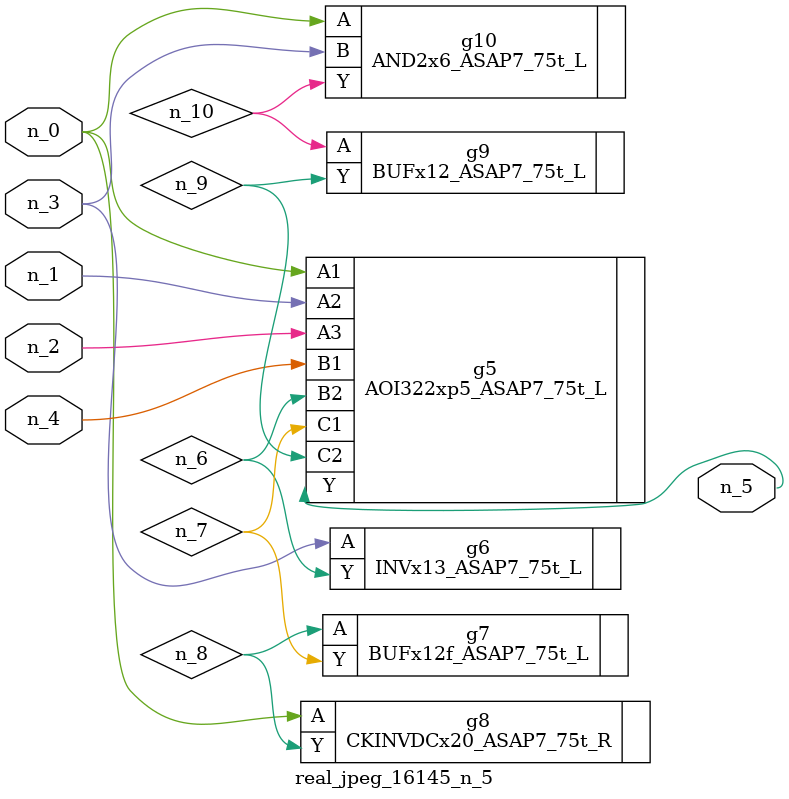
<source format=v>
module real_jpeg_16145_n_5 (n_4, n_0, n_1, n_2, n_3, n_5);

input n_4;
input n_0;
input n_1;
input n_2;
input n_3;

output n_5;

wire n_8;
wire n_6;
wire n_7;
wire n_10;
wire n_9;

AOI322xp5_ASAP7_75t_L g5 ( 
.A1(n_0),
.A2(n_1),
.A3(n_2),
.B1(n_4),
.B2(n_6),
.C1(n_7),
.C2(n_9),
.Y(n_5)
);

CKINVDCx20_ASAP7_75t_R g8 ( 
.A(n_0),
.Y(n_8)
);

AND2x6_ASAP7_75t_L g10 ( 
.A(n_0),
.B(n_3),
.Y(n_10)
);

INVx13_ASAP7_75t_L g6 ( 
.A(n_3),
.Y(n_6)
);

BUFx12f_ASAP7_75t_L g7 ( 
.A(n_8),
.Y(n_7)
);

BUFx12_ASAP7_75t_L g9 ( 
.A(n_10),
.Y(n_9)
);


endmodule
</source>
